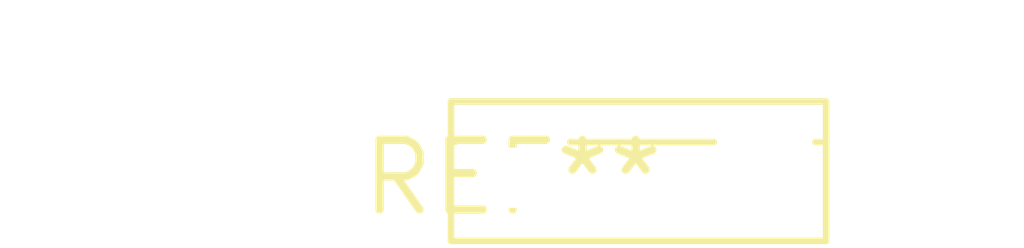
<source format=kicad_pcb>
(kicad_pcb (version 20240108) (generator pcbnew)
  (layers (0 "F.Cu" signal) (31 "B.Cu" signal) (34 "B.Paste" user) (35 "F.Paste" user) (36 "B.SilkS" user "B.Silkscreen") (37 "F.SilkS" user "F.Silkscreen") (38 "B.Mask" user) (39 "F.Mask" user) (44 "Edge.Cuts" user))
  (net 0 "")
  (footprint "TO-251-2_Vertical" (layer "F.Cu") (at 0 0)
    (property "Reference" "REF**")
    (property "Value" "TO-251-2_Vertical")
    (fp_line (start -1.12 -1.39) (end -1.12 1.15) (layer "F.SilkS") (stroke (width 0.12)))
    (fp_line (start -1.12 -1.39) (end 5.7 -1.39) (layer "F.SilkS") (stroke (width 0.12)))
    (fp_line (start -1.12 -0.651) (end -1.05 -0.651) (layer "F.SilkS") (stroke (width 0.12)))
    (fp_line (start -1.12 1.15) (end 5.7 1.15) (layer "F.SilkS") (stroke (width 0.12)))
    (fp_line (start 1.05 -0.651) (end 3.656 -0.651) (layer "F.SilkS") (stroke (width 0.12)))
    (fp_line (start 5.505 -0.651) (end 5.7 -0.651) (layer "F.SilkS") (stroke (width 0.12)))
    (fp_line (start 5.7 -1.39) (end 5.7 1.15) (layer "F.SilkS") (stroke (width 0.12)))
    (pad "1" thru_hole rect (at 0 0) (size 1.8 1.8) (drill 1.1) (layers *.Cu *.Mask) (remove_unused_layers))
    (pad "2" thru_hole oval (at 4.58 0) (size 1.8 1.8) (drill 1.1) (layers *.Cu *.Mask) (remove_unused_layers))
  )
)
</source>
